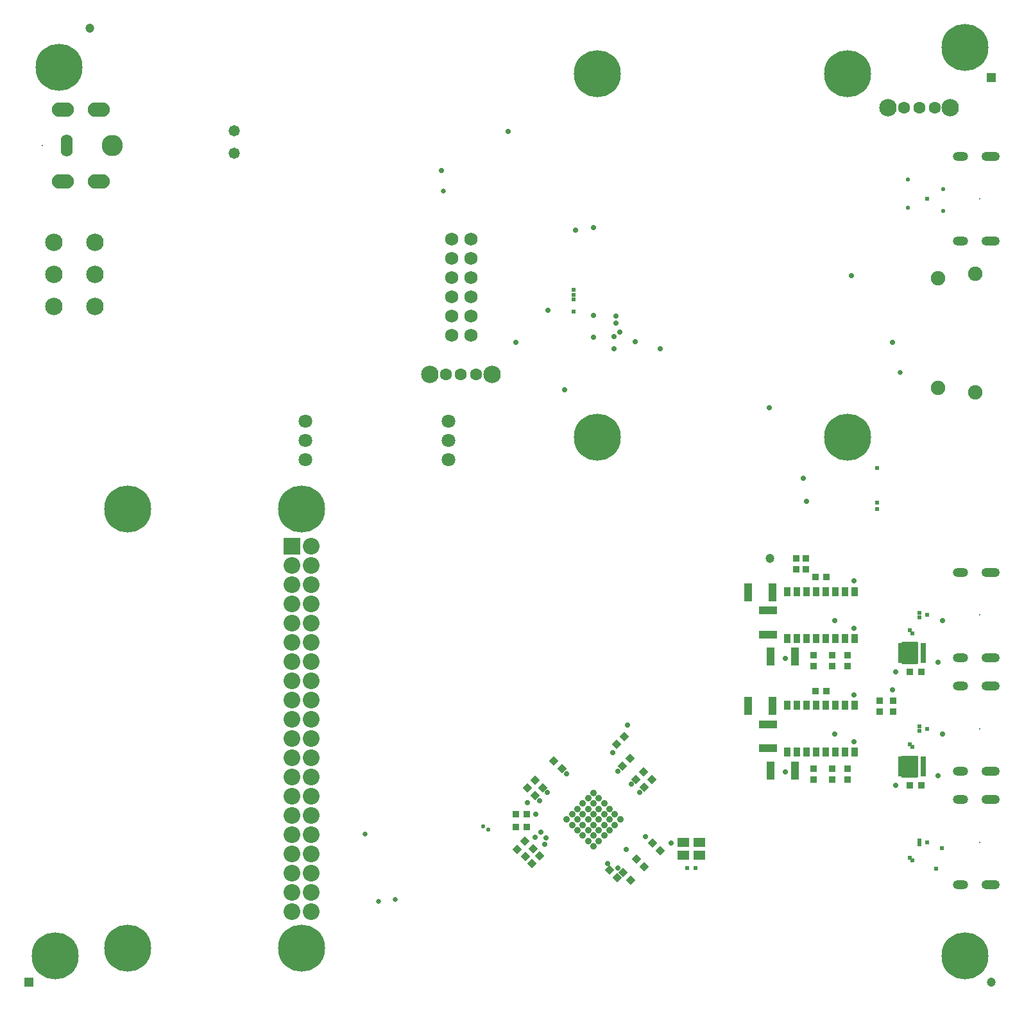
<source format=gbr>
%TF.GenerationSoftware,Altium Limited,Altium Designer,22.4.2 (48)*%
G04 Layer_Color=16711935*
%FSLAX26Y26*%
%MOIN*%
%TF.SameCoordinates,1C2CB1AA-ACBE-45DF-AC24-D873E68AE3FE*%
%TF.FilePolarity,Negative*%
%TF.FileFunction,Soldermask,Bot*%
%TF.Part,Single*%
G01*
G75*
%TA.AperFunction,SMDPad,CuDef*%
%ADD27R,0.023622X0.023622*%
%ADD39R,0.035433X0.033465*%
%ADD47R,0.043307X0.094488*%
%ADD48R,0.033465X0.035433*%
G04:AMPARAMS|DCode=93|XSize=33.465mil|YSize=35.433mil|CornerRadius=0mil|HoleSize=0mil|Usage=FLASHONLY|Rotation=225.000|XOffset=0mil|YOffset=0mil|HoleType=Round|Shape=Rectangle|*
%AMROTATEDRECTD93*
4,1,4,-0.000696,0.024359,0.024359,-0.000696,0.000696,-0.024359,-0.024359,0.000696,-0.000696,0.024359,0.0*
%
%ADD93ROTATEDRECTD93*%

G04:AMPARAMS|DCode=94|XSize=33.465mil|YSize=35.433mil|CornerRadius=0mil|HoleSize=0mil|Usage=FLASHONLY|Rotation=315.000|XOffset=0mil|YOffset=0mil|HoleType=Round|Shape=Rectangle|*
%AMROTATEDRECTD94*
4,1,4,-0.024359,-0.000696,0.000696,0.024359,0.024359,0.000696,-0.000696,-0.024359,-0.024359,-0.000696,0.0*
%
%ADD94ROTATEDRECTD94*%

%ADD95R,0.094488X0.043307*%
%ADD103R,0.037921X0.051307*%
%ADD104R,0.026504X0.027685*%
%TA.AperFunction,FiducialPad,Global*%
%ADD105R,0.047370X0.047370*%
%ADD106C,0.047370*%
%TA.AperFunction,SMDPad,CuDef*%
%ADD107R,0.059181X0.051307*%
%TA.AperFunction,ComponentPad*%
%ADD108O,0.094614X0.047370*%
%ADD109O,0.078866X0.047370*%
%ADD110C,0.008000*%
%ADD111C,0.090677*%
%ADD112R,0.086740X0.086740*%
%ADD113C,0.086740*%
%ADD114O,0.114299X0.074929*%
%ADD115O,0.063118X0.114299*%
%ADD116C,0.110362*%
%ADD117C,0.063118*%
%ADD118C,0.070992*%
%ADD119C,0.244220*%
%ADD120C,0.074929*%
%ADD121C,0.068000*%
%TA.AperFunction,ViaPad*%
%ADD122C,0.035559*%
%ADD123C,0.027685*%
%ADD124C,0.023748*%
%ADD125C,0.021779*%
%ADD126C,0.025716*%
%ADD127C,0.047370*%
%ADD128C,0.058000*%
G36*
X5658004Y2222478D02*
X5658518Y2222376D01*
X5659014Y2222207D01*
X5659485Y2221975D01*
X5659921Y2221684D01*
X5660315Y2221338D01*
X5660661Y2220944D01*
X5660952Y2220508D01*
X5661184Y2220038D01*
X5661352Y2219541D01*
X5661455Y2219027D01*
X5661489Y2218504D01*
Y2112205D01*
X5661455Y2111682D01*
X5661352Y2111167D01*
X5661184Y2110671D01*
X5660952Y2110200D01*
X5660661Y2109764D01*
X5660315Y2109370D01*
X5659921Y2109024D01*
X5659485Y2108733D01*
X5659014Y2108501D01*
X5658518Y2108333D01*
X5658004Y2108230D01*
X5657480Y2108196D01*
X5580709D01*
X5580185Y2108230D01*
X5579671Y2108333D01*
X5579175Y2108501D01*
X5578704Y2108733D01*
X5578268Y2109024D01*
X5577874Y2109370D01*
X5577529Y2109764D01*
X5577237Y2110200D01*
X5577005Y2110671D01*
X5576837Y2111167D01*
X5576734Y2111682D01*
X5576700Y2112205D01*
Y2218504D01*
X5576734Y2219027D01*
X5576837Y2219541D01*
X5577005Y2220038D01*
X5577237Y2220508D01*
X5577529Y2220944D01*
X5577874Y2221338D01*
X5578268Y2221684D01*
X5578704Y2221975D01*
X5579175Y2222207D01*
X5579671Y2222376D01*
X5580185Y2222478D01*
X5580709Y2222512D01*
X5657480D01*
X5658004Y2222478D01*
D02*
G37*
G36*
Y2813029D02*
X5658518Y2812927D01*
X5659014Y2812759D01*
X5659485Y2812527D01*
X5659921Y2812235D01*
X5660315Y2811890D01*
X5660661Y2811495D01*
X5660952Y2811059D01*
X5661184Y2810589D01*
X5661352Y2810093D01*
X5661455Y2809578D01*
X5661489Y2809055D01*
Y2702756D01*
X5661455Y2702233D01*
X5661352Y2701718D01*
X5661184Y2701222D01*
X5660952Y2700752D01*
X5660661Y2700316D01*
X5660315Y2699921D01*
X5659921Y2699576D01*
X5659485Y2699284D01*
X5659014Y2699052D01*
X5658518Y2698884D01*
X5658004Y2698782D01*
X5657480Y2698747D01*
X5580709D01*
X5580185Y2698782D01*
X5579671Y2698884D01*
X5579175Y2699052D01*
X5578704Y2699284D01*
X5578268Y2699576D01*
X5577874Y2699921D01*
X5577529Y2700316D01*
X5577237Y2700752D01*
X5577005Y2701222D01*
X5576837Y2701718D01*
X5576734Y2702233D01*
X5576700Y2702756D01*
Y2809055D01*
X5576734Y2809578D01*
X5576837Y2810093D01*
X5577005Y2810589D01*
X5577237Y2811059D01*
X5577529Y2811495D01*
X5577874Y2811890D01*
X5578268Y2812235D01*
X5578704Y2812527D01*
X5579175Y2812759D01*
X5579671Y2812927D01*
X5580185Y2813029D01*
X5580709Y2813064D01*
X5657480D01*
X5658004Y2813029D01*
D02*
G37*
D27*
X4461614Y1638780D02*
D03*
X4504921D02*
D03*
D39*
X5078740Y3189961D02*
D03*
Y3247047D02*
D03*
X5295276Y2154528D02*
D03*
Y2097441D02*
D03*
X5118110Y2154528D02*
D03*
Y2097441D02*
D03*
X5216535Y2154528D02*
D03*
Y2097441D02*
D03*
X5295276Y2745079D02*
D03*
Y2687992D02*
D03*
X5118110Y2745079D02*
D03*
Y2687992D02*
D03*
X5216535Y2745079D02*
D03*
Y2687992D02*
D03*
X5531496Y2451772D02*
D03*
Y2508858D02*
D03*
X5462598Y2451772D02*
D03*
Y2508858D02*
D03*
X5029528Y3189961D02*
D03*
Y3247047D02*
D03*
D47*
X5023622Y2736220D02*
D03*
X4897638D02*
D03*
X5023622Y2145669D02*
D03*
X4897638D02*
D03*
X4905512Y2480315D02*
D03*
X4779528D02*
D03*
X4905512Y3070866D02*
D03*
X4779528D02*
D03*
D48*
X5621063Y2066929D02*
D03*
X5678150D02*
D03*
X5621063Y2657480D02*
D03*
X5678150D02*
D03*
X5186024Y2559055D02*
D03*
X5128937D02*
D03*
X5186024Y3149606D02*
D03*
X5128937D02*
D03*
X3630905Y1917323D02*
D03*
X3573819D02*
D03*
X3630905Y1850394D02*
D03*
X3573819D02*
D03*
D93*
X3618608Y1776089D02*
D03*
X3578242Y1735722D02*
D03*
X4137309Y2322349D02*
D03*
X4096943Y2281982D02*
D03*
X4239659Y2058557D02*
D03*
X4280026Y2098923D02*
D03*
X4196352Y2097927D02*
D03*
X4236719Y2138293D02*
D03*
X4125486Y2168793D02*
D03*
X4165852Y2209160D02*
D03*
X3621549Y1696352D02*
D03*
X3661916Y1736719D02*
D03*
X3656982Y1660919D02*
D03*
X3697349Y1701285D02*
D03*
D94*
X4129423Y1614671D02*
D03*
X4169789Y1574305D02*
D03*
X4282966Y1768215D02*
D03*
X4323333Y1727848D02*
D03*
X4099908Y1586116D02*
D03*
X4059541Y1626482D02*
D03*
X3811522Y2153045D02*
D03*
X3771155Y2193412D02*
D03*
X3713097Y2054620D02*
D03*
X3672730Y2094986D02*
D03*
X3673727Y2015250D02*
D03*
X3633360Y2055616D02*
D03*
X4200289Y1685537D02*
D03*
X4240656Y1645171D02*
D03*
D95*
X4881890Y2385827D02*
D03*
Y2259843D02*
D03*
Y2976378D02*
D03*
Y2850394D02*
D03*
D103*
X5182480Y2830709D02*
D03*
X5232480D02*
D03*
X5282480D02*
D03*
X5332480D02*
D03*
X5132480D02*
D03*
X5082480D02*
D03*
X5032480D02*
D03*
X4982480D02*
D03*
X5132480Y3074803D02*
D03*
X5082480D02*
D03*
X5032480D02*
D03*
X4982480D02*
D03*
X5182480D02*
D03*
X5232480D02*
D03*
X5282480D02*
D03*
X5332480D02*
D03*
X5182480Y2240157D02*
D03*
X5232480D02*
D03*
X5282480D02*
D03*
X5332480D02*
D03*
X5132480D02*
D03*
X5082480D02*
D03*
X5032480D02*
D03*
X4982480D02*
D03*
X5132480Y2484252D02*
D03*
X5082480D02*
D03*
X5032480D02*
D03*
X4982480D02*
D03*
X5182480D02*
D03*
X5232480D02*
D03*
X5282480D02*
D03*
X5332480D02*
D03*
D104*
X5571850Y2717520D02*
D03*
Y2743110D02*
D03*
Y2768701D02*
D03*
X5687992Y2794291D02*
D03*
Y2768701D02*
D03*
Y2743110D02*
D03*
Y2717520D02*
D03*
X5571850Y2794291D02*
D03*
Y2126968D02*
D03*
Y2152559D02*
D03*
Y2178150D02*
D03*
X5687992Y2203740D02*
D03*
Y2178150D02*
D03*
Y2152559D02*
D03*
Y2126968D02*
D03*
X5571850Y2203740D02*
D03*
D105*
X6043307Y5748032D02*
D03*
X1043307Y1043307D02*
D03*
D106*
X1358268Y6003937D02*
D03*
X6043307Y1043307D02*
D03*
D107*
X4524606Y1704725D02*
D03*
X4441929D02*
D03*
Y1769685D02*
D03*
X4524606D02*
D03*
D108*
X6039370Y4896850D02*
D03*
Y5339370D02*
D03*
Y1550394D02*
D03*
Y1992913D02*
D03*
Y2140945D02*
D03*
Y2583465D02*
D03*
Y2731496D02*
D03*
Y3174016D02*
D03*
D109*
X5881890Y4896850D02*
D03*
Y5339370D02*
D03*
Y1550394D02*
D03*
Y1992913D02*
D03*
Y2140945D02*
D03*
Y2583465D02*
D03*
Y2731496D02*
D03*
Y3174016D02*
D03*
D110*
X5984252Y5118110D02*
D03*
X1112205Y5393701D02*
D03*
X5984252Y1771653D02*
D03*
Y2362205D02*
D03*
Y2952756D02*
D03*
D111*
X1171260Y4559055D02*
D03*
Y4724409D02*
D03*
Y4889764D02*
D03*
X1387795Y4559055D02*
D03*
Y4724409D02*
D03*
Y4889764D02*
D03*
X5830709Y5590551D02*
D03*
X5507874D02*
D03*
X3125984Y4204724D02*
D03*
X3448819D02*
D03*
D112*
X2410866Y3312205D02*
D03*
D113*
X2510866D02*
D03*
X2410866Y3212205D02*
D03*
X2510866D02*
D03*
X2410866Y3112205D02*
D03*
X2510866D02*
D03*
X2410866Y3012205D02*
D03*
X2510866D02*
D03*
X2410866Y2912205D02*
D03*
X2510866D02*
D03*
X2410866Y2812205D02*
D03*
X2510866D02*
D03*
X2410866Y2712205D02*
D03*
X2510866D02*
D03*
X2410866Y2612205D02*
D03*
X2510866D02*
D03*
X2410866Y2512205D02*
D03*
X2510866D02*
D03*
X2410866Y2412205D02*
D03*
X2510866D02*
D03*
X2410866Y2312205D02*
D03*
X2510866D02*
D03*
X2410866Y2212205D02*
D03*
X2510866D02*
D03*
X2410866Y2112205D02*
D03*
X2510866D02*
D03*
X2410866Y2012205D02*
D03*
X2510866D02*
D03*
X2410866Y1912205D02*
D03*
X2510866D02*
D03*
X2410866Y1812205D02*
D03*
X2510866D02*
D03*
X2410866Y1712205D02*
D03*
X2510866D02*
D03*
X2410866Y1612205D02*
D03*
X2510866D02*
D03*
X2410866Y1512205D02*
D03*
X2510866D02*
D03*
X2410866Y1412205D02*
D03*
X2510866D02*
D03*
D114*
X1220472Y5206693D02*
D03*
Y5580709D02*
D03*
X1405512D02*
D03*
Y5206693D02*
D03*
D115*
X1240158Y5393701D02*
D03*
D116*
X1476378D02*
D03*
D117*
X5590551Y5590551D02*
D03*
X5669291D02*
D03*
X5748032D02*
D03*
X3366142Y4204724D02*
D03*
X3287402D02*
D03*
X3208661D02*
D03*
D118*
X3224409Y3762205D02*
D03*
Y3862205D02*
D03*
Y3962205D02*
D03*
X2480315Y3762205D02*
D03*
Y3862205D02*
D03*
Y3962205D02*
D03*
D119*
X5905512Y5905512D02*
D03*
X2460630Y3503937D02*
D03*
X1181102Y1181102D02*
D03*
X1200000Y5800000D02*
D03*
X5905512Y1181102D02*
D03*
X3996063Y3877953D02*
D03*
X5295276D02*
D03*
X3996063Y5767717D02*
D03*
X5295276D02*
D03*
X1555118Y3503937D02*
D03*
X2460630Y1220472D02*
D03*
X1555118D02*
D03*
D120*
X5767717Y4704724D02*
D03*
X5960630Y4728346D02*
D03*
X5767717Y4133858D02*
D03*
X5960630Y4110236D02*
D03*
D121*
X3239961Y4406299D02*
D03*
X3339961D02*
D03*
Y4906299D02*
D03*
X3239961D02*
D03*
X3339961Y4806299D02*
D03*
X3239961D02*
D03*
Y4706299D02*
D03*
X3339961D02*
D03*
X3239961Y4606299D02*
D03*
X3339961D02*
D03*
X3239961Y4506299D02*
D03*
X3339961D02*
D03*
D122*
X3976378Y1861925D02*
D03*
X3948539Y1834086D02*
D03*
X3920700Y1806247D02*
D03*
X3948539Y1889764D02*
D03*
X3920700Y1861925D02*
D03*
X3892861Y1834086D02*
D03*
X3920700Y1917603D02*
D03*
X3892861Y1889764D02*
D03*
X3865023Y1861925D02*
D03*
X3892861Y1945441D02*
D03*
X3865023Y1917603D02*
D03*
X3837184Y1889764D02*
D03*
X4004217Y1834086D02*
D03*
X3976378Y1806247D02*
D03*
X3948539Y1778408D02*
D03*
X3976378Y1750570D02*
D03*
X4004217Y1778408D02*
D03*
X4032056Y1806247D02*
D03*
X3976378Y1917603D02*
D03*
X4004217Y1945441D02*
D03*
X4032056Y1973280D02*
D03*
X4004217Y1889764D02*
D03*
X4032056Y1917603D02*
D03*
X4059894Y1945441D02*
D03*
X4032056Y1861925D02*
D03*
X4059894Y1889764D02*
D03*
X4087733Y1917603D02*
D03*
X4059894Y1834086D02*
D03*
X4087733Y1861925D02*
D03*
X4115572Y1889764D02*
D03*
X3948539Y1945441D02*
D03*
X3976378Y1973280D02*
D03*
X4004217Y2001119D02*
D03*
X3976378Y2028958D02*
D03*
X3948539Y2001119D02*
D03*
X3920700Y1973280D02*
D03*
D123*
X5767717Y2706693D02*
D03*
Y2116142D02*
D03*
X3976504Y4968504D02*
D03*
X3571850Y4370079D02*
D03*
X3976378Y4396654D02*
D03*
X4074819Y2238189D02*
D03*
X4192913Y4373032D02*
D03*
X4114173Y4423000D02*
D03*
X5082677Y3543307D02*
D03*
X5529528Y4371063D02*
D03*
X4051181Y1662402D02*
D03*
X5531000Y2563000D02*
D03*
X3672000Y1798000D02*
D03*
X4246000Y1801000D02*
D03*
X5231000Y2923551D02*
D03*
Y2333000D02*
D03*
X3531496Y5468504D02*
D03*
X3185039Y5263779D02*
D03*
X3701772Y1822835D02*
D03*
X5314961Y4716535D02*
D03*
X5066929Y3665354D02*
D03*
X4889764Y4031496D02*
D03*
X3881890Y4952756D02*
D03*
X3739173Y4537402D02*
D03*
X3826772Y4125984D02*
D03*
X4380905Y1768701D02*
D03*
X5330709Y2295276D02*
D03*
Y2885827D02*
D03*
Y3129921D02*
D03*
Y2539370D02*
D03*
X5547244Y2066929D02*
D03*
X4972441Y2137795D02*
D03*
Y2728347D02*
D03*
X5547244Y2657480D02*
D03*
X4082677Y4338583D02*
D03*
X4322835D02*
D03*
X4082677Y4401575D02*
D03*
X4153543Y2381890D02*
D03*
X3631890Y1978347D02*
D03*
X3677165Y1917323D02*
D03*
X3728347Y1795276D02*
D03*
X3724078Y1762205D02*
D03*
X4146000Y1734000D02*
D03*
X3834900Y2128144D02*
D03*
X3737464Y2030708D02*
D03*
X3695706Y1988950D02*
D03*
X4103936Y1637464D02*
D03*
X4214758Y2031242D02*
D03*
X4103403Y2142597D02*
D03*
X4173000Y2073000D02*
D03*
X5788000Y2924102D02*
D03*
X4092056Y4506229D02*
D03*
X4091413Y4469413D02*
D03*
X3977000Y4512000D02*
D03*
X5788000Y2333551D02*
D03*
D124*
X5785433Y1742126D02*
D03*
X3872047Y4594488D02*
D03*
X5668678Y2963780D02*
D03*
Y2941732D02*
D03*
X5632717Y2857874D02*
D03*
X5618110Y2873032D02*
D03*
X5668678Y2373228D02*
D03*
Y2351181D02*
D03*
X5632717Y2267323D02*
D03*
X5618110Y2282480D02*
D03*
Y1691929D02*
D03*
X5632717Y1676772D02*
D03*
X3871877Y4644486D02*
D03*
X3873000Y4619000D02*
D03*
X3871458Y4531705D02*
D03*
X5668678Y1760630D02*
D03*
Y1782677D02*
D03*
X5755905Y1633858D02*
D03*
X5448819Y3716535D02*
D03*
Y3539370D02*
D03*
Y3503937D02*
D03*
X5708661Y1771653D02*
D03*
Y2952756D02*
D03*
Y2362205D02*
D03*
Y5118110D02*
D03*
D125*
X5609252Y5216535D02*
D03*
Y5071850D02*
D03*
X5791876Y5054580D02*
D03*
X5791299Y5167323D02*
D03*
X3429287Y1838099D02*
D03*
X3402559Y1853696D02*
D03*
D126*
X5568000Y4213000D02*
D03*
X3195000Y5158000D02*
D03*
X2859000Y1466000D02*
D03*
X2790000Y1815000D02*
D03*
X2946000Y1474000D02*
D03*
D127*
X4893000Y3247000D02*
D03*
D128*
X2110236Y5472441D02*
D03*
Y5354331D02*
D03*
%TF.MD5,8be31c87d4ce92cd6b8f1cb8c193b568*%
M02*

</source>
